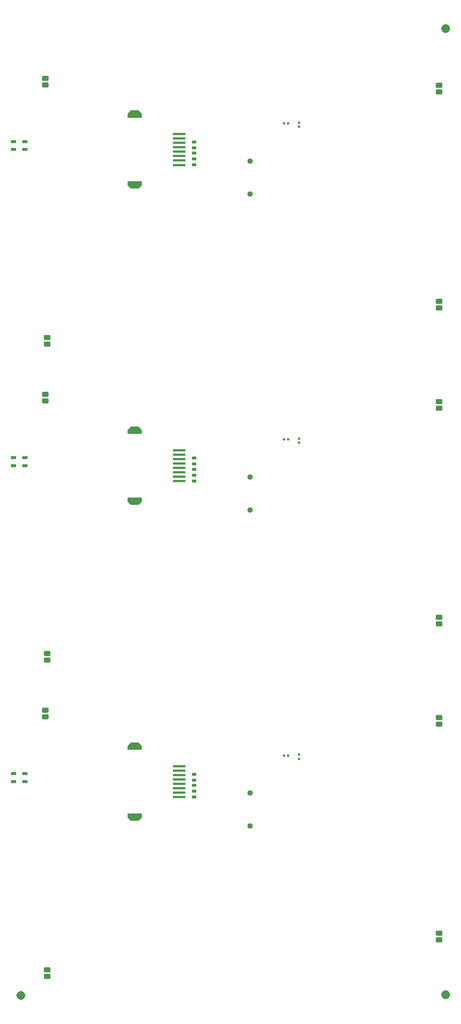
<source format=gbr>
G04 Generated on UCAM*
%FSLAX24Y24*%
%MOIN*%
%IPPOS*%
%AMCOM10*
4,1-$1,40,
-0.03935,0.00000,
-0.03884,0.00631,-0.03732,0.01246,-0.03484,0.01829,-0.03146,0.02364,-0.02726,0.02838,
-0.02235,0.03238,-0.01687,0.03555,-0.01095,0.03780,-0.00474,0.03906,0.00158,0.03932,
0.00787,0.03855,0.01395,0.03679,0.01968,0.03408,0.02489,0.03048,0.02945,0.02609,
0.03326,0.02103,0.03620,0.01542,0.03821,0.00942,0.03922,0.00317,0.03935,0.00000,
0.03922,-0.00317,0.03821,-0.00942,0.03620,-0.01542,0.03326,-0.02103,0.02945,-0.02609,
0.02489,-0.03048,0.01968,-0.03408,0.01395,-0.03679,0.00787,-0.03855,0.00158,-0.03932,
-0.00474,-0.03906,-0.01095,-0.03780,-0.01687,-0.03555,-0.02235,-0.03238,-0.02726,-0.02838,
-0.03146,-0.02364,-0.03484,-0.01829,-0.03732,-0.01246,-0.03884,-0.00631,-0.03935,0.00000,$2*
%
%ADD10COM10,0X0.00*%
%AMCOM11*
4,1-$1,17,
-0.01100,0.00660,
-0.01054,0.00830,-0.00930,0.00954,-0.00760,0.01000,0.00760,0.01000,0.00930,0.00954,
0.01054,0.00830,0.01100,0.00660,0.01100,-0.00660,0.01074,-0.00790,0.01000,-0.00900,
0.00890,-0.00974,0.00760,-0.01000,-0.00760,-0.01000,-0.00930,-0.00954,-0.01054,-0.00830,
-0.01100,-0.00660,-0.01100,0.00660,$2*
%
%ADD11COM11,0X0.00*%
%AMCOM12*
4,1-$1,17,
-0.01000,0.00760,
-0.00954,0.00930,-0.00830,0.01054,-0.00660,0.01100,0.00660,0.01100,0.00830,0.01054,
0.00954,0.00930,0.01000,0.00760,0.01000,-0.00760,0.00974,-0.00890,0.00900,-0.01000,
0.00790,-0.01074,0.00660,-0.01100,-0.00660,-0.01100,-0.00830,-0.01054,-0.00954,-0.00930,
-0.01000,-0.00760,-0.01000,0.00760,$2*
%
%ADD12COM12,0X0.00*%
%AMCOM13*
4,1-$1,19,
-0.01875,-0.00870,
-0.01874,-0.00847,-0.01873,-0.00824,-0.01870,-0.00801,-0.01870,0.00801,-0.01831,0.01073,
-0.01649,0.01280,-0.01385,0.01355,0.01385,0.01355,0.01650,0.01280,0.01831,0.01073,
0.01870,0.00801,0.01870,-0.00801,0.01831,-0.01073,0.01650,-0.01280,0.01385,-0.01355,
-0.01385,-0.01355,-0.01630,-0.01292,-0.01809,-0.01114,-0.01875,-0.00870,$2*
%
%ADD13COM13,0X0.00*%
%ADD14R,0.11810X0.02200*%
%AMCOM15*
4,1-$1,30,
-0.02400,0.00000,
-0.02348,0.00499,-0.02193,0.00976,-0.01942,0.01411,-0.01606,0.01784,-0.01200,0.02078,
-0.00742,0.02283,-0.00251,0.02387,0.00251,0.02387,0.00742,0.02283,0.01200,0.02078,
0.01606,0.01784,0.01942,0.01411,0.02193,0.00976,0.02348,0.00499,0.02400,0.00000,
0.02348,-0.00499,0.02193,-0.00976,0.01942,-0.01411,0.01606,-0.01784,0.01200,-0.02078,
0.00742,-0.02283,0.00251,-0.02387,-0.00251,-0.02387,-0.00742,-0.02283,-0.01200,-0.02078,
-0.01606,-0.01784,-0.01942,-0.01411,-0.02193,-0.00976,-0.02348,-0.00499,-0.02400,0.00000,$2*
%
%ADD15COM15,0X0.00*%
%ADD16R,0.04720X0.03150*%
%AMCOM17*
4,1-$1,24,
-0.03050,0.01150,
-0.02999,0.01474,-0.02849,0.01767,-0.02617,0.01999,-0.02324,0.02149,-0.02000,0.02200,
0.02000,0.02200,0.02324,0.02149,0.02617,0.01999,0.02849,0.01767,0.02999,0.01474,
0.03050,0.01150,0.03050,-0.01150,0.03024,-0.01384,0.02889,-0.01709,0.02655,-0.01971,
0.02347,-0.02141,0.02000,-0.02200,-0.02000,-0.02200,-0.02324,-0.02149,-0.02617,-0.01999,
-0.02849,-0.01767,-0.02999,-0.01474,-0.03050,-0.01150,-0.03050,0.01150,$2*
%
%ADD17COM17,0X0.00*%
%SRX1Y1I0.0000J0.0000*%
%LN29384_sspaste*%
%LPD*%
G36*
X23088Y55218D02*
X22777Y55529D01*
Y55895*
X24088*
Y55529*
X23777Y55218*
X23088*
G37*
G36*
X23088Y62360D02*
X23777D01*
X24088Y62049*
Y61683*
X22777*
Y62049*
X23088Y62360*
G37*
G36*
X23088Y83998D02*
X22777Y84309D01*
Y84675*
X24088*
Y84309*
X23777Y83998*
X23088*
G37*
G36*
X23088Y91139D02*
X23777D01*
X24088Y90828*
Y90462*
X22777*
Y90828*
X23088Y91139*
G37*
G36*
X23088Y26439D02*
X22777Y26750D01*
Y27116*
X24088*
Y26750*
X23777Y26439*
X23088*
G37*
G36*
X23088Y33580D02*
X23777D01*
X24088Y33269*
Y32903*
X22777*
Y33269*
X23088Y33580*
G37*
D10*
X51800Y98572D03*
Y10600D03*
X13061Y10561D03*
D11*
X38407Y32088D03*
Y32467D03*
Y60868D03*
Y61247D03*
Y89648D03*
Y90027D03*
D12*
X37432Y32389D03*
X37053D03*
X37432Y61168D03*
X37053D03*
X37432Y89948D03*
X37053D03*
D13*
X28870Y29145D03*
Y28610D03*
Y29677D03*
Y29141D03*
Y30691D03*
Y30155D03*
Y57925D03*
Y57389D03*
Y58456D03*
Y57921D03*
Y59470D03*
Y58935D03*
Y86704D03*
Y86169D03*
Y87236D03*
Y86701D03*
Y88250D03*
Y87714D03*
D14*
X27502Y28604D03*
Y29809D03*
Y30210D03*
Y30612D03*
Y31013D03*
Y31415D03*
Y29407D03*
Y29006D03*
Y57384D03*
Y58588D03*
Y58990D03*
Y59391D03*
Y59793D03*
Y60195D03*
Y58187D03*
Y57785D03*
Y86163D03*
Y87368D03*
Y87769D03*
Y88171D03*
Y88573D03*
Y88974D03*
Y86966D03*
Y86565D03*
D15*
X33969Y25968D03*
Y28969D03*
Y54748D03*
Y57748D03*
Y83528D03*
Y86528D03*
D16*
X12391Y30007D03*
Y30735D03*
X13411D03*
Y30007D03*
X12391Y58786D03*
Y59515D03*
X13411D03*
Y58786D03*
X12391Y87566D03*
Y88294D03*
X13411D03*
Y87566D03*
D17*
X51183Y15605D03*
Y16205D03*
X15271Y36501D03*
Y35901D03*
X15451Y12891D03*
Y12291D03*
X51191Y35841D03*
Y35241D03*
X51183Y44385D03*
Y44985D03*
X15271Y65281D03*
Y64681D03*
X15451Y41671D03*
Y41071D03*
X51191Y64621D03*
Y64021D03*
X51183Y73164D03*
Y73764D03*
X15271Y94060D03*
Y93460D03*
X15451Y70450D03*
Y69850D03*
X51191Y93400D03*
Y92800D03*
%LPD*%
M02*
</source>
